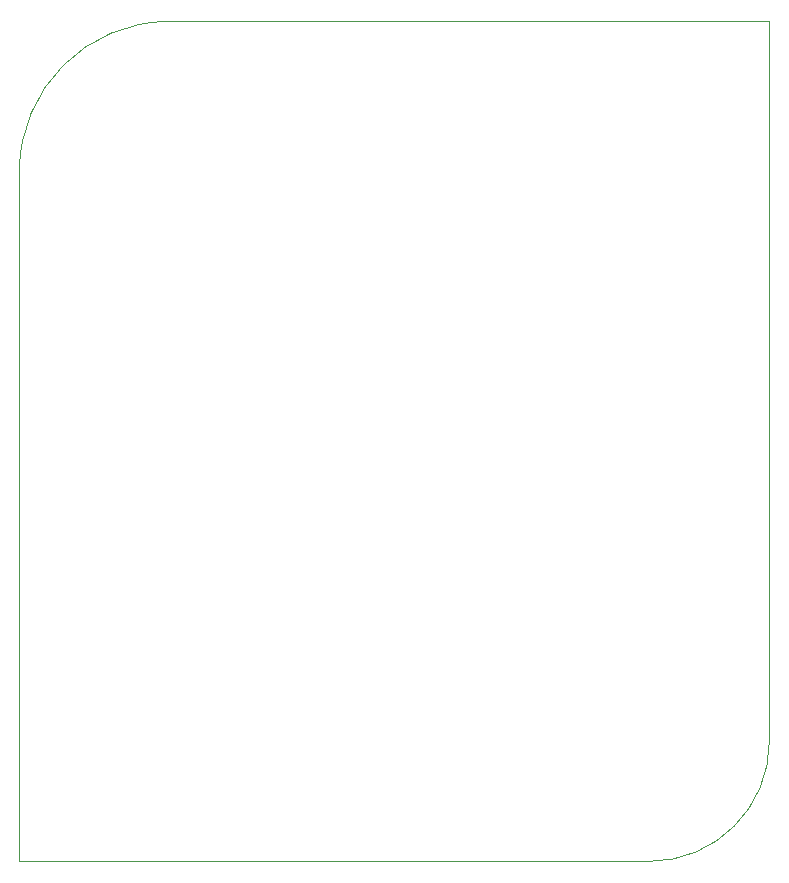
<source format=gbr>
%TF.GenerationSoftware,KiCad,Pcbnew,7.0.10*%
%TF.CreationDate,2024-04-25T20:56:43+02:00*%
%TF.ProjectId,LL PCB,4c4c2050-4342-42e6-9b69-6361645f7063,rev?*%
%TF.SameCoordinates,Original*%
%TF.FileFunction,Profile,NP*%
%FSLAX46Y46*%
G04 Gerber Fmt 4.6, Leading zero omitted, Abs format (unit mm)*
G04 Created by KiCad (PCBNEW 7.0.10) date 2024-04-25 20:56:43*
%MOMM*%
%LPD*%
G01*
G04 APERTURE LIST*
%TA.AperFunction,Profile*%
%ADD10C,0.100000*%
%TD*%
G04 APERTURE END LIST*
D10*
X137160000Y-63500000D02*
G75*
G03*
X124460000Y-76200000I0J-12700000D01*
G01*
X187960000Y-63500000D02*
X137160000Y-63500000D01*
X124460000Y-76200000D02*
X124460000Y-134620000D01*
X177800000Y-134620000D02*
G75*
G03*
X187960000Y-124460000I0J10160000D01*
G01*
X187960000Y-124460000D02*
X187960000Y-63500000D01*
X124460000Y-134620000D02*
X177800000Y-134620000D01*
M02*

</source>
